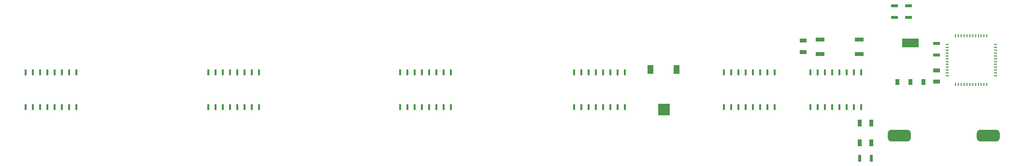
<source format=gtp>
G04*
G04 #@! TF.GenerationSoftware,Altium Limited,Altium Designer,19.1.1 (5)*
G04*
G04 Layer_Color=8421504*
%FSTAX24Y24*%
%MOIN*%
G70*
G01*
G75*
%ADD11R,0.0787X0.0787*%
%ADD12R,0.0394X0.0591*%
%ADD13R,0.0157X0.0394*%
%ADD14R,0.0197X0.0071*%
%ADD15R,0.0071X0.0197*%
G04:AMPARAMS|DCode=16|XSize=78.7mil|YSize=157.5mil|CornerRadius=19.7mil|HoleSize=0mil|Usage=FLASHONLY|Rotation=270.000|XOffset=0mil|YOffset=0mil|HoleType=Round|Shape=RoundedRectangle|*
%AMROUNDEDRECTD16*
21,1,0.0787,0.1181,0,0,270.0*
21,1,0.0394,0.1575,0,0,270.0*
1,1,0.0394,-0.0591,-0.0197*
1,1,0.0394,-0.0591,0.0197*
1,1,0.0394,0.0591,0.0197*
1,1,0.0394,0.0591,-0.0197*
%
%ADD16ROUNDEDRECTD16*%
%ADD17R,0.0591X0.0276*%
%ADD18R,0.0315X0.0472*%
%ADD19R,0.0488X0.0236*%
%ADD20R,0.0276X0.0394*%
%ADD21R,0.1181X0.0591*%
%ADD22R,0.0236X0.0488*%
%ADD23R,0.0472X0.0315*%
D11*
X066107Y029244D02*
D03*
D12*
X065177Y031987D02*
D03*
X066967D02*
D03*
D13*
X059887Y029395D02*
D03*
X060387D02*
D03*
X060887D02*
D03*
X061387D02*
D03*
X061887D02*
D03*
X062387D02*
D03*
X062887D02*
D03*
X063387D02*
D03*
X063386Y031791D02*
D03*
X062886D02*
D03*
X062386D02*
D03*
X061886D02*
D03*
X061386D02*
D03*
X060886D02*
D03*
X060386D02*
D03*
X059886D02*
D03*
X047907Y029395D02*
D03*
X048407D02*
D03*
X048907D02*
D03*
X049407D02*
D03*
X049907D02*
D03*
X050407D02*
D03*
X050907D02*
D03*
X051407D02*
D03*
X051406Y031791D02*
D03*
X050906D02*
D03*
X050406D02*
D03*
X049906D02*
D03*
X049406D02*
D03*
X048906D02*
D03*
X048406D02*
D03*
X047906D02*
D03*
X034657Y029395D02*
D03*
X035157D02*
D03*
X035657D02*
D03*
X036157D02*
D03*
X036657D02*
D03*
X037157D02*
D03*
X037657D02*
D03*
X038157D02*
D03*
X038156Y031791D02*
D03*
X037656D02*
D03*
X037156D02*
D03*
X036656D02*
D03*
X036156D02*
D03*
X035656D02*
D03*
X035156D02*
D03*
X034656D02*
D03*
X022057Y029395D02*
D03*
X022557D02*
D03*
X023057D02*
D03*
X023557D02*
D03*
X024057D02*
D03*
X024557D02*
D03*
X025057D02*
D03*
X025557D02*
D03*
X025556Y031791D02*
D03*
X025056D02*
D03*
X024556D02*
D03*
X024056D02*
D03*
X023556D02*
D03*
X023056D02*
D03*
X022556D02*
D03*
X022056D02*
D03*
X070238Y029395D02*
D03*
X070738D02*
D03*
X071238D02*
D03*
X071738D02*
D03*
X072238D02*
D03*
X072738D02*
D03*
X073238D02*
D03*
X073738D02*
D03*
X073737Y031791D02*
D03*
X073237D02*
D03*
X072737D02*
D03*
X072237D02*
D03*
X071737D02*
D03*
X071237D02*
D03*
X070737D02*
D03*
X070237D02*
D03*
X076207Y029395D02*
D03*
X076707D02*
D03*
X077207D02*
D03*
X077707D02*
D03*
X078207D02*
D03*
X078707D02*
D03*
X079207D02*
D03*
X079707D02*
D03*
X079706Y031791D02*
D03*
X079206D02*
D03*
X078706D02*
D03*
X078206D02*
D03*
X077706D02*
D03*
X077206D02*
D03*
X076706D02*
D03*
X076206D02*
D03*
D14*
X085613Y031558D02*
D03*
Y031755D02*
D03*
Y031952D02*
D03*
Y032148D02*
D03*
Y032345D02*
D03*
Y032542D02*
D03*
Y032739D02*
D03*
Y032936D02*
D03*
Y033133D02*
D03*
Y03333D02*
D03*
Y033526D02*
D03*
Y033723D02*
D03*
X08896D02*
D03*
Y033526D02*
D03*
Y03333D02*
D03*
Y033133D02*
D03*
Y032936D02*
D03*
Y032739D02*
D03*
Y032542D02*
D03*
Y032345D02*
D03*
Y032148D02*
D03*
Y031952D02*
D03*
Y031755D02*
D03*
Y031558D02*
D03*
D15*
X086204Y034314D02*
D03*
X086401D02*
D03*
X086598D02*
D03*
X086794D02*
D03*
X086991D02*
D03*
X087188D02*
D03*
X087385D02*
D03*
X087582D02*
D03*
X087779D02*
D03*
X087976D02*
D03*
X088172D02*
D03*
X088369D02*
D03*
Y030967D02*
D03*
X088172D02*
D03*
X087976D02*
D03*
X087779D02*
D03*
X087582D02*
D03*
X087385D02*
D03*
X087188D02*
D03*
X086991D02*
D03*
X086794D02*
D03*
X086598D02*
D03*
X086401D02*
D03*
X086204D02*
D03*
D16*
X088457Y027441D02*
D03*
X082316D02*
D03*
D17*
X076868Y03306D02*
D03*
Y034054D02*
D03*
X079545Y034064D02*
D03*
Y03306D02*
D03*
D18*
X08038Y026941D02*
D03*
X079593D02*
D03*
Y028286D02*
D03*
X08038D02*
D03*
D19*
X082949Y035609D02*
D03*
Y036396D02*
D03*
X081987D02*
D03*
Y035609D02*
D03*
X084887Y033778D02*
D03*
Y032991D02*
D03*
D20*
X082181Y031122D02*
D03*
X083087Y031132D02*
D03*
X084002D02*
D03*
D21*
X083087Y033819D02*
D03*
D22*
X08038Y025845D02*
D03*
X079593D02*
D03*
D23*
X075687Y033984D02*
D03*
Y033197D02*
D03*
X084887Y031147D02*
D03*
Y031934D02*
D03*
M02*

</source>
